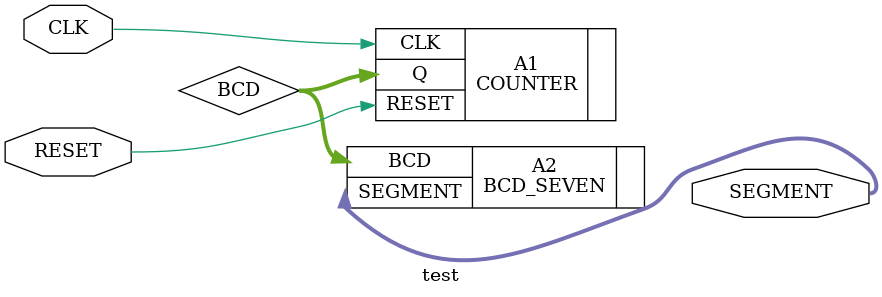
<source format=v>
module test(
    input CLK,
    input RESET,
    output reg [7:0]SEGMENT
);
    wire [3:0] BCD;
    COUNTER A1 (.CLK(CLK),.RESET(RESET),.Q(BCD));
    BCD_SEVEN A2 (.BCD(BCD),.SEGMENT(SEGMENT));
endmodule
</source>
